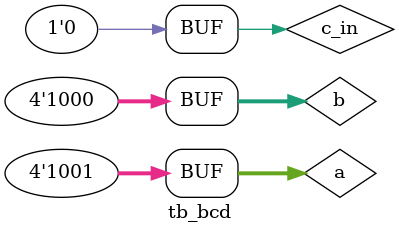
<source format=v>
`timescale 1ns/10ps

module tb_bcd;
	reg	[3:0]	a;
	reg	[3:0]	b;
	reg		c_in;

	wire		c_out;	
	wire	[3:0]	sum;

	bcd tb(.a(a), .b(b), .c_in(c_in), .c_out(c_out), .sum(sum));

	//여기서부터 waveform을 보기위한 파일을 만드는 포트
	initial 
	begin
		$dumpfile("test_bcd_out.vcd"); 
		$dumpvars(-1,tb);    
		$monitor("%b", sum);
	end
   //waveform을 보기위한 코드 끝

	initial 
	begin
		a = 4'b0000; b = 4'b0000; c_in = 1'b0;
		#50 a = 4'b0011; b = 4'b0001; c_in = 1'b0;
 		#50 a = 4'b0011; b = 4'b0001; c_in = 1'b0;
		#50 a = 4'b1000; b = 4'b0101; c_in = 1'b0; 	
		#50 a = 4'b1000; b = 4'b0101; c_in = 1'b0; 
		#50 a = 4'b1001; b = 4'b1000; c_in = 1'b0; 
		#50 a = 4'b1001; b = 4'b1000; c_in = 1'b0; 
		#50;
	end

endmodule
</source>
